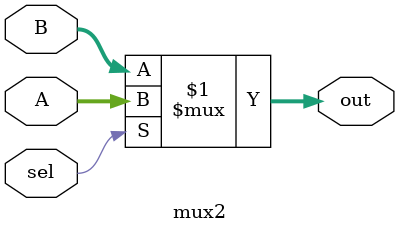
<source format=v>
module barrel #(parameter width = 64) (
	input [width-1:0] in,
	input [$clog2(width)-1:0] ct,
	input dir,
	input [1:0] type,
	output [width-1:0] out
	);

	/* direct  inputs = f */
	/* shifted inputs = g */
	/* mux    outputs = h */
	wire [width-1:0] f[$clog2(width)-1:0], g[$clog2(width)-1:0], h[$clog2(width):0];

	assign h[0] = in;
	assign out = h[$clog2(width)-1];

	generate
		genvar i;
		for(i = 0; i < $clog2(width) - 1; i = i+1)
		begin : a
			magic#(.width(width), .shift(2**i)) v(h[i], type, left, g[i]);
			mux2 #(.width(width)) u(h[i], g[i], ct[$clog2(width)-i-1], h[i+1]);
		end
	endgenerate

endmodule

module magic #(parameter width = 64, parameter shift = $clog2(width)) (
	input [width-1:0] h,
	input [1:0] type,
	input left,
	output reg [width-1:0] z
	);

	localparam NS=0, LO=1, AR=2, RO=3;

	always @ (*)
	begin
		if (left)
		begin
			case(type)
				NS: z <= h;
				LO: z <= h <<  shift;
				AR: z <= h <<< shift;
				RO: z <= { h[width-1-shift:0], h[width-1:width-1-shift-1] };
			endcase
		end
		else
		begin
			case(type)
				NS: z <= h;
				LO: z <= h >>  shift;
				AR: z <= h >>> shift;
				RO: z <= { h[width-1:width-1-shift-1], h[width-1-shift:0] };
			endcase
		end
	end
	
endmodule

module mux2 #(parameter width = 64) (
	input [width-1:0] A, B,
	input sel,
	output [width-1:0] out
	);

	assign out = sel ? A : B;

endmodule

</source>
